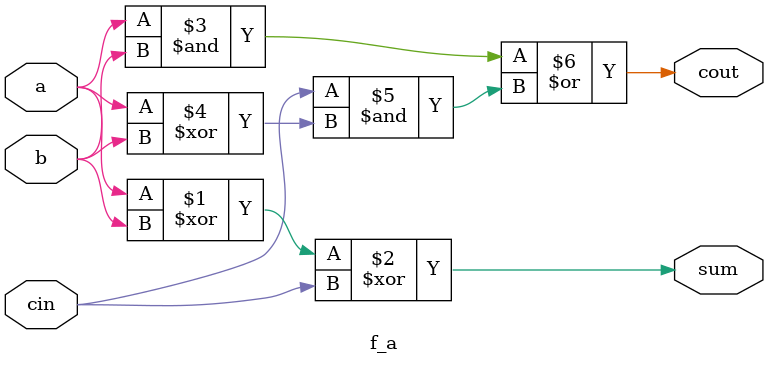
<source format=v>
module f_a(
input a,b,cin,
output sum,cout
);
assign sum=a^b^cin;
assign cout=(a&b)|cin&(a^b);
endmodule


</source>
